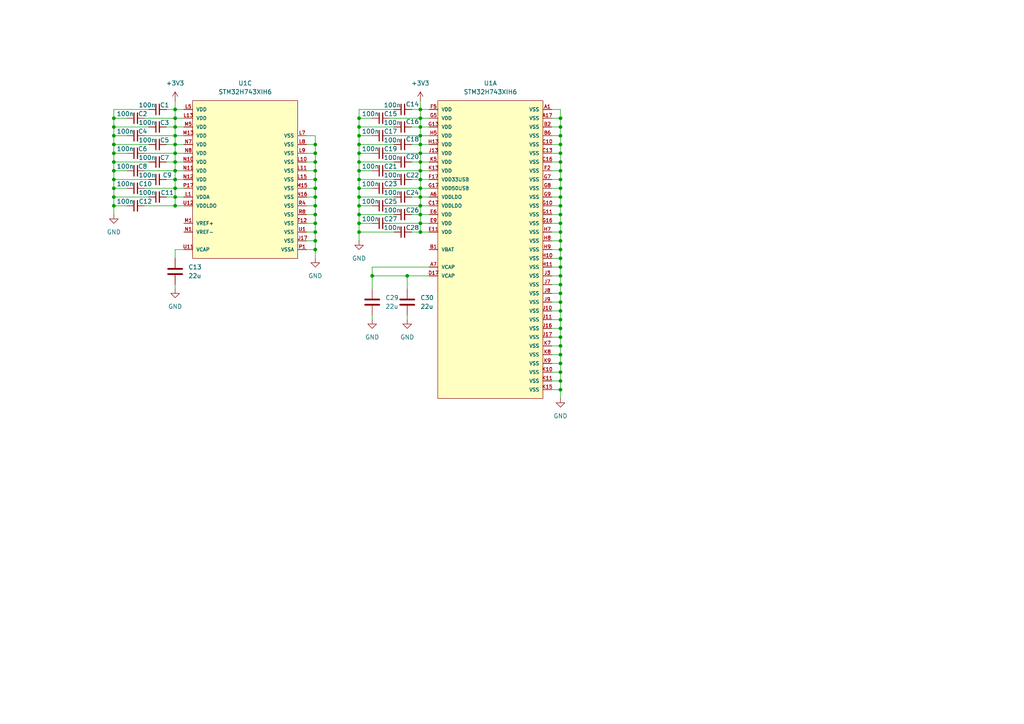
<source format=kicad_sch>
(kicad_sch (version 20231120) (generator "eeschema") (generator_version "8.0")
  (paper "A4")
  (lib_symbols
    (symbol "Device:C" (pin_numbers hide) (pin_names (offset 0.254))
      (property "Reference" "C" (at 0.635 2.54 0))
      (property "Value" "C" (at 0.635 -2.54 0))
      (symbol "C_0_1"
        (polyline (pts (xy -2.032 -0.762) (xy 2.032 -0.762)) (stroke (width 0.508)))
        (polyline (pts (xy -2.032 0.762) (xy 2.032 0.762)) (stroke (width 0.508)))
      )
      (symbol "C_1_1"
        (pin passive line (at 0 3.81 270) (length 2.794) (name "~") (number "1"))
        (pin passive line (at 0 -3.81 90) (length 2.794) (name "~") (number "2"))
      )
    )
    (symbol "Device:C_Small" (pin_numbers hide) (pin_names (offset 0.254) hide)
      (property "Reference" "C" (at 0.254 1.778 0))
      (property "Value" "C_Small" (at 0.254 -2.032 0))
      (symbol "C_Small_0_1"
        (polyline (pts (xy -1.524 -0.508) (xy 1.524 -0.508)) (stroke (width 0.3302)))
        (polyline (pts (xy -1.524 0.508) (xy 1.524 0.508)) (stroke (width 0.3048)))
      )
      (symbol "C_Small_1_1"
        (pin passive line (at 0 2.54 270) (length 2.032) (name "~") (number "1"))
        (pin passive line (at 0 -2.54 90) (length 2.032) (name "~") (number "2"))
      )
    )
    (symbol "STM32H743XIH6:STM32H743XIH6" (pin_names (offset 1.016))
      (property "Reference" "U" (at 0 5.08 0))
      (property "Value" "STM32H743XIH6" (at 0 7.62 0))
      (symbol "STM32H743XIH6_1_1"
        (rectangle (start 5.08 2.54) (end 35.56 -83.82) (fill (type background)))
        (pin power_in line (at 38.1 0 180) (length 2.54) (name "VSS") (number "A1"))
        (pin power_in line (at 38.1 -2.54 180) (length 2.54) (name "VSS") (number "A17"))
        (pin power_in line (at 2.54 -25.4 0) (length 2.54) (name "VDDLDO") (number "A6"))
        (pin power_in line (at 2.54 -45.72 0) (length 2.54) (name "VCAP") (number "A7"))
        (pin power_in line (at 2.54 -40.64 0) (length 2.54) (name "VBAT") (number "B1"))
        (pin power_in line (at 38.1 -5.08 180) (length 2.54) (name "VSS") (number "B2"))
        (pin power_in line (at 38.1 -7.62 180) (length 2.54) (name "VSS") (number "B6"))
        (pin power_in line (at 38.1 -10.16 180) (length 2.54) (name "VSS") (number "C10"))
        (pin power_in line (at 38.1 -12.7 180) (length 2.54) (name "VSS") (number "C13"))
        (pin power_in line (at 38.1 -15.24 180) (length 2.54) (name "VSS") (number "C16"))
        (pin power_in line (at 2.54 -27.94 0) (length 2.54) (name "VDDLDO") (number "C17"))
        (pin power_in line (at 2.54 -48.26 0) (length 2.54) (name "VCAP") (number "D17"))
        (pin power_in line (at 2.54 -35.56 0) (length 2.54) (name "VDD") (number "E11"))
        (pin power_in line (at 2.54 -30.48 0) (length 2.54) (name "VDD") (number "E6"))
        (pin power_in line (at 2.54 -33.02 0) (length 2.54) (name "VDD") (number "E9"))
        (pin power_in line (at 2.54 -20.32 0) (length 2.54) (name "VDD33USB") (number "F17"))
        (pin power_in line (at 38.1 -17.78 180) (length 2.54) (name "VSS") (number "F2"))
        (pin power_in line (at 2.54 0 0) (length 2.54) (name "VDD") (number "F5"))
        (pin power_in line (at 38.1 -27.94 180) (length 2.54) (name "VSS") (number "G10"))
        (pin power_in line (at 38.1 -30.48 180) (length 2.54) (name "VSS") (number "G11"))
        (pin power_in line (at 2.54 -5.08 0) (length 2.54) (name "VDD") (number "G13"))
        (pin power_in line (at 38.1 -33.02 180) (length 2.54) (name "VSS") (number "G16"))
        (pin power_in line (at 2.54 -22.86 0) (length 2.54) (name "VDD50USB") (number "G17"))
        (pin power_in line (at 2.54 -2.54 0) (length 2.54) (name "VDD") (number "G5"))
        (pin power_in line (at 38.1 -20.32 180) (length 2.54) (name "VSS") (number "G7"))
        (pin power_in line (at 38.1 -22.86 180) (length 2.54) (name "VSS") (number "G8"))
        (pin power_in line (at 38.1 -25.4 180) (length 2.54) (name "VSS") (number "G9"))
        (pin power_in line (at 38.1 -43.18 180) (length 2.54) (name "VSS") (number "H10"))
        (pin power_in line (at 38.1 -45.72 180) (length 2.54) (name "VSS") (number "H11"))
        (pin power_in line (at 2.54 -10.16 0) (length 2.54) (name "VDD") (number "H13"))
        (pin power_in line (at 2.54 -7.62 0) (length 2.54) (name "VDD") (number "H5"))
        (pin power_in line (at 38.1 -35.56 180) (length 2.54) (name "VSS") (number "H7"))
        (pin power_in line (at 38.1 -38.1 180) (length 2.54) (name "VSS") (number "H8"))
        (pin power_in line (at 38.1 -40.64 180) (length 2.54) (name "VSS") (number "H9"))
        (pin power_in line (at 38.1 -58.42 180) (length 2.54) (name "VSS") (number "J10"))
        (pin power_in line (at 38.1 -60.96 180) (length 2.54) (name "VSS") (number "J11"))
        (pin power_in line (at 2.54 -12.7 0) (length 2.54) (name "VDD") (number "J13"))
        (pin power_in line (at 38.1 -63.5 180) (length 2.54) (name "VSS") (number "J16"))
        (pin power_in line (at 38.1 -66.04 180) (length 2.54) (name "VSS") (number "J17"))
        (pin power_in line (at 38.1 -48.26 180) (length 2.54) (name "VSS") (number "J3"))
        (pin power_in line (at 38.1 -50.8 180) (length 2.54) (name "VSS") (number "J7"))
        (pin power_in line (at 38.1 -53.34 180) (length 2.54) (name "VSS") (number "J8"))
        (pin power_in line (at 38.1 -55.88 180) (length 2.54) (name "VSS") (number "J9"))
        (pin power_in line (at 38.1 -76.2 180) (length 2.54) (name "VSS") (number "K10"))
        (pin power_in line (at 38.1 -78.74 180) (length 2.54) (name "VSS") (number "K11"))
        (pin power_in line (at 2.54 -17.78 0) (length 2.54) (name "VDD") (number "K13"))
        (pin power_in line (at 38.1 -81.28 180) (length 2.54) (name "VSS") (number "K15"))
        (pin power_in line (at 2.54 -15.24 0) (length 2.54) (name "VDD") (number "K5"))
        (pin power_in line (at 38.1 -68.58 180) (length 2.54) (name "VSS") (number "K7"))
        (pin power_in line (at 38.1 -71.12 180) (length 2.54) (name "VSS") (number "K8"))
        (pin power_in line (at 38.1 -73.66 180) (length 2.54) (name "VSS") (number "K9"))
      )
      (symbol "STM32H743XIH6_2_1"
        (rectangle (start 5.08 2.54) (end 50.8 -91.44) (fill (type background)))
        (pin bidirectional line (at 53.34 -63.5 180) (length 2.54) (name "PD5") (number "A11"))
        (pin bidirectional line (at 53.34 -60.96 180) (length 2.54) (name "PD4") (number "A12"))
        (pin bidirectional line (at 53.34 -25.4 180) (length 2.54) (name "PC10") (number "A13"))
        (pin bidirectional line (at 2.54 -38.1 0) (length 2.54) (name "PA15") (number "A14"))
        (pin bidirectional line (at 2.54 -63.5 0) (length 2.54) (name "PB5") (number "A5"))
        (pin bidirectional line (at 53.34 -66.04 180) (length 2.54) (name "PD6") (number "B11"))
        (pin bidirectional line (at 53.34 -58.42 180) (length 2.54) (name "PD3") (number "B12"))
        (pin bidirectional line (at 53.34 -27.94 180) (length 2.54) (name "PC11") (number "B13"))
        (pin bidirectional line (at 2.54 -35.56 0) (length 2.54) (name "PA14") (number "B14"))
        (pin bidirectional line (at 2.54 -66.04 0) (length 2.54) (name "PB6") (number "B5"))
        (pin bidirectional line (at 2.54 -60.96 0) (length 2.54) (name "PB4") (number "B7"))
        (pin bidirectional line (at 53.34 -38.1 180) (length 2.54) (name "PC15-OSC32_OUT") (number "C1"))
        (pin bidirectional line (at 53.34 -68.58 180) (length 2.54) (name "PD7") (number "C11"))
        (pin bidirectional line (at 53.34 -30.48 180) (length 2.54) (name "PC12") (number "C12"))
        (pin bidirectional line (at 2.54 -33.02 0) (length 2.54) (name "PA13") (number "C15"))
        (pin bidirectional line (at 53.34 -35.56 180) (length 2.54) (name "PC14-OSC32_IN") (number "C2"))
        (pin bidirectional line (at 2.54 -68.58 0) (length 2.54) (name "PB7") (number "C5"))
        (pin bidirectional line (at 2.54 -58.42 0) (length 2.54) (name "PB3") (number "C6"))
        (pin bidirectional line (at 53.34 -55.88 180) (length 2.54) (name "PD2") (number "D12"))
        (pin bidirectional line (at 53.34 -50.8 180) (length 2.54) (name "PD0") (number "D13"))
        (pin bidirectional line (at 2.54 -25.4 0) (length 2.54) (name "PA10") (number "D14"))
        (pin bidirectional line (at 2.54 -22.86 0) (length 2.54) (name "PA9") (number "D15"))
        (pin bidirectional line (at 2.54 -73.66 0) (length 2.54) (name "PB9") (number "D4"))
        (pin bidirectional line (at 2.54 -71.12 0) (length 2.54) (name "PB8") (number "D5"))
        (pin bidirectional line (at 53.34 -53.34 180) (length 2.54) (name "PD1") (number "E12"))
        (pin bidirectional line (at 53.34 -20.32 180) (length 2.54) (name "PC8") (number "E13"))
        (pin bidirectional line (at 53.34 -22.86 180) (length 2.54) (name "PC9") (number "E14"))
        (pin bidirectional line (at 2.54 -20.32 0) (length 2.54) (name "PA8") (number "E15"))
        (pin bidirectional line (at 2.54 -30.48 0) (length 2.54) (name "PA12") (number "E16"))
        (pin bidirectional line (at 2.54 -27.94 0) (length 2.54) (name "PA11") (number "E17"))
        (pin bidirectional line (at 53.34 -33.02 180) (length 2.54) (name "PC13") (number "E3"))
        (pin bidirectional line (at 53.34 -17.78 180) (length 2.54) (name "PC7") (number "F13"))
        (pin bidirectional line (at 53.34 -15.24 180) (length 2.54) (name "PC6") (number "F14"))
        (pin bidirectional line (at 53.34 0 180) (length 2.54) (name "PC0") (number "L2"))
        (pin bidirectional line (at 53.34 -2.54 180) (length 2.54) (name "PC1") (number "M2"))
        (pin bidirectional line (at 53.34 -5.08 180) (length 2.54) (name "PC2") (number "M3"))
        (pin bidirectional line (at 53.34 -7.62 180) (length 2.54) (name "PC3") (number "M4"))
        (pin bidirectional line (at 2.54 -5.08 0) (length 2.54) (name "PA2") (number "N3"))
        (pin bidirectional line (at 2.54 -2.54 0) (length 2.54) (name "PA1") (number "N4"))
        (pin bidirectional line (at 2.54 0 0) (length 2.54) (name "PA0") (number "N5"))
        (pin bidirectional line (at 2.54 -76.2 0) (length 2.54) (name "PB10") (number "P11"))
        (pin bidirectional line (at 2.54 -78.74 0) (length 2.54) (name "PB11") (number "P12"))
        (pin bidirectional line (at 53.34 -88.9 180) (length 2.54) (name "PD15") (number "P15"))
        (pin bidirectional line (at 53.34 -86.36 180) (length 2.54) (name "PD14") (number "P16"))
        (pin bidirectional line (at 53.34 -43.18 180) (length 2.54) (name "PC2_C") (number "R1"))
        (pin bidirectional line (at 53.34 -78.74 180) (length 2.54) (name "PD11") (number "R15"))
        (pin bidirectional line (at 53.34 -81.28 180) (length 2.54) (name "PD12") (number "R16"))
        (pin bidirectional line (at 53.34 -83.82 180) (length 2.54) (name "PD13") (number "R17"))
        (pin bidirectional line (at 53.34 -45.72 180) (length 2.54) (name "PC3_C") (number "R2"))
        (pin bidirectional line (at 2.54 -15.24 0) (length 2.54) (name "PA6") (number "R3"))
        (pin bidirectional line (at 2.54 -17.78 0) (length 2.54) (name "PA7") (number "R5"))
        (pin bidirectional line (at 2.54 -55.88 0) (length 2.54) (name "PB2") (number "R6"))
        (pin bidirectional line (at 2.54 -43.18 0) (length 2.54) (name "PA0_C") (number "T1"))
        (pin bidirectional line (at 2.54 -81.28 0) (length 2.54) (name "PB12") (number "T14"))
        (pin bidirectional line (at 2.54 -88.9 0) (length 2.54) (name "PB15") (number "T15"))
        (pin bidirectional line (at 53.34 -76.2 180) (length 2.54) (name "PD10") (number "T16"))
        (pin bidirectional line (at 53.34 -73.66 180) (length 2.54) (name "PD9") (number "T17"))
        (pin bidirectional line (at 2.54 -45.72 0) (length 2.54) (name "PA1_C") (number "T2"))
        (pin bidirectional line (at 2.54 -12.7 0) (length 2.54) (name "PA5") (number "T3"))
        (pin bidirectional line (at 53.34 -10.16 180) (length 2.54) (name "PC4") (number "T4"))
        (pin bidirectional line (at 2.54 -53.34 0) (length 2.54) (name "PB1") (number "T5"))
        (pin bidirectional line (at 2.54 -83.82 0) (length 2.54) (name "PB13") (number "U14"))
        (pin bidirectional line (at 2.54 -86.36 0) (length 2.54) (name "PB14") (number "U15"))
        (pin bidirectional line (at 53.34 -71.12 180) (length 2.54) (name "PD8") (number "U16"))
        (pin bidirectional line (at 2.54 -7.62 0) (length 2.54) (name "PA3") (number "U2"))
        (pin bidirectional line (at 2.54 -10.16 0) (length 2.54) (name "PA4") (number "U3"))
        (pin bidirectional line (at 53.34 -12.7 180) (length 2.54) (name "PC5") (number "U4"))
        (pin bidirectional line (at 2.54 -50.8 0) (length 2.54) (name "PB0") (number "U5"))
      )
      (symbol "STM32H743XIH6_3_1"
        (rectangle (start 5.08 2.54) (end 35.56 -43.18) (fill (type background)))
        (pin power_in line (at 2.54 -25.4 0) (length 2.54) (name "VDDA") (number "L1"))
        (pin power_in line (at 38.1 -15.24 180) (length 2.54) (name "VSS") (number "L10"))
        (pin power_in line (at 38.1 -17.78 180) (length 2.54) (name "VSS") (number "L11"))
        (pin power_in line (at 2.54 -2.54 0) (length 2.54) (name "VDD") (number "L13"))
        (pin power_in line (at 38.1 -20.32 180) (length 2.54) (name "VSS") (number "L15"))
        (pin power_in line (at 2.54 0 0) (length 2.54) (name "VDD") (number "L5"))
        (pin power_in line (at 38.1 -7.62 180) (length 2.54) (name "VSS") (number "L7"))
        (pin power_in line (at 38.1 -10.16 180) (length 2.54) (name "VSS") (number "L8"))
        (pin power_in line (at 38.1 -12.7 180) (length 2.54) (name "VSS") (number "L9"))
        (pin power_in line (at 2.54 -33.02 0) (length 2.54) (name "VREF+") (number "M1"))
        (pin power_in line (at 2.54 -7.62 0) (length 2.54) (name "VDD") (number "M13"))
        (pin power_in line (at 38.1 -22.86 180) (length 2.54) (name "VSS") (number "M15"))
        (pin power_in line (at 2.54 -5.08 0) (length 2.54) (name "VDD") (number "M5"))
        (pin power_in line (at 2.54 -35.56 0) (length 2.54) (name "VREF-") (number "N1"))
        (pin power_in line (at 2.54 -15.24 0) (length 2.54) (name "VDD") (number "N10"))
        (pin power_in line (at 2.54 -17.78 0) (length 2.54) (name "VDD") (number "N11"))
        (pin power_in line (at 2.54 -20.32 0) (length 2.54) (name "VDD") (number "N12"))
        (pin power_in line (at 38.1 -25.4 180) (length 2.54) (name "VSS") (number "N16"))
        (pin power_in line (at 2.54 -10.16 0) (length 2.54) (name "VDD") (number "N7"))
        (pin power_in line (at 2.54 -12.7 0) (length 2.54) (name "VDD") (number "N8"))
        (pin power_in line (at 38.1 -40.64 180) (length 2.54) (name "VSSA") (number "P1"))
        (pin power_in line (at 2.54 -22.86 0) (length 2.54) (name "VDD") (number "P17"))
        (pin power_in line (at 38.1 -27.94 180) (length 2.54) (name "VSS") (number "R4"))
        (pin power_in line (at 38.1 -30.48 180) (length 2.54) (name "VSS") (number "R8"))
        (pin power_in line (at 38.1 -33.02 180) (length 2.54) (name "VSS") (number "T12"))
        (pin power_in line (at 38.1 -35.56 180) (length 2.54) (name "VSS") (number "U1"))
        (pin power_in line (at 2.54 -40.64 0) (length 2.54) (name "VCAP") (number "U11"))
        (pin power_in line (at 2.54 -27.94 0) (length 2.54) (name "VDDLDO") (number "U12"))
        (pin power_in line (at 38.1 -38.1 180) (length 2.54) (name "VSS") (number "U17"))
      )
      (symbol "STM32H743XIH6_4_1"
        (rectangle (start 5.08 2.54) (end 38.1 -83.82) (fill (type background)))
        (pin bidirectional line (at 40.64 -22.86 180) (length 2.54) (name "PG9") (number "A10"))
        (pin bidirectional line (at 40.64 -25.4 180) (length 2.54) (name "PG10") (number "A9"))
        (pin bidirectional line (at 40.64 -76.2 180) (length 2.54) (name "PH15") (number "B16"))
        (pin bidirectional line (at 40.64 -73.66 180) (length 2.54) (name "PH14") (number "B17"))
        (pin bidirectional line (at 2.54 -2.54 0) (length 2.54) (name "PE1") (number "B4"))
        (pin bidirectional line (at 40.64 -27.94 180) (length 2.54) (name "PG11") (number "B9"))
        (pin bidirectional line (at 2.54 -5.08 0) (length 2.54) (name "PE2") (number "C3"))
        (pin bidirectional line (at 2.54 0 0) (length 2.54) (name "PE0") (number "C4"))
        (pin bidirectional line (at 40.64 -30.48 180) (length 2.54) (name "PG12") (number "C9"))
        (pin bidirectional line (at 2.54 -12.7 0) (length 2.54) (name "PE5") (number "D1"))
        (pin bidirectional line (at 40.64 -71.12 180) (length 2.54) (name "PH13") (number "D16"))
        (pin bidirectional line (at 2.54 -10.16 0) (length 2.54) (name "PE4") (number "D2"))
        (pin bidirectional line (at 2.54 -7.62 0) (length 2.54) (name "PE3") (number "D3"))
        (pin bidirectional line (at 40.64 -38.1 180) (length 2.54) (name "PG15") (number "D6"))
        (pin bidirectional line (at 40.64 -35.56 180) (length 2.54) (name "PG14") (number "D8"))
        (pin bidirectional line (at 40.64 -33.02 180) (length 2.54) (name "PG13") (number "D9"))
        (pin bidirectional line (at 2.54 -15.24 0) (length 2.54) (name "PE6") (number "E5"))
        (pin bidirectional line (at 40.64 -20.32 180) (length 2.54) (name "PG8") (number "F15"))
        (pin bidirectional line (at 40.64 -17.78 180) (length 2.54) (name "PG7") (number "F16"))
        (pin bidirectional line (at 2.54 -48.26 0) (length 2.54) (name "PF2") (number "G1"))
        (pin bidirectional line (at 40.64 -12.7 180) (length 2.54) (name "PG5") (number "G14"))
        (pin bidirectional line (at 40.64 -15.24 180) (length 2.54) (name "PG6") (number "G15"))
        (pin bidirectional line (at 2.54 -45.72 0) (length 2.54) (name "PF1") (number "G3"))
        (pin bidirectional line (at 2.54 -43.18 0) (length 2.54) (name "PF0") (number "G4"))
        (pin bidirectional line (at 40.64 -10.16 180) (length 2.54) (name "PG4") (number "H14"))
        (pin bidirectional line (at 40.64 -7.62 180) (length 2.54) (name "PG3") (number "H15"))
        (pin bidirectional line (at 40.64 -5.08 180) (length 2.54) (name "PG2") (number "H16"))
        (pin bidirectional line (at 2.54 -50.8 0) (length 2.54) (name "PF3") (number "H4"))
        (pin bidirectional line (at 2.54 -55.88 0) (length 2.54) (name "PF5") (number "J4"))
        (pin bidirectional line (at 2.54 -53.34 0) (length 2.54) (name "PF4") (number "J5"))
        (pin bidirectional line (at 2.54 -58.42 0) (length 2.54) (name "PF6") (number "K2"))
        (pin bidirectional line (at 2.54 -60.96 0) (length 2.54) (name "PF7") (number "K3"))
        (pin bidirectional line (at 2.54 -63.5 0) (length 2.54) (name "PF8") (number "K4"))
        (pin bidirectional line (at 2.54 -68.58 0) (length 2.54) (name "PF10") (number "L3"))
        (pin bidirectional line (at 2.54 -66.04 0) (length 2.54) (name "PF9") (number "L4"))
        (pin bidirectional line (at 40.64 -43.18 180) (length 2.54) (name "PH2") (number "N2"))
        (pin bidirectional line (at 2.54 -25.4 0) (length 2.54) (name "PE10") (number "N9"))
        (pin bidirectional line (at 2.54 -27.94 0) (length 2.54) (name "PE11") (number "P10"))
        (pin bidirectional line (at 40.64 -63.5 180) (length 2.54) (name "PH10") (number "P13"))
        (pin bidirectional line (at 40.64 -66.04 180) (length 2.54) (name "PH11") (number "P14"))
        (pin bidirectional line (at 40.64 -45.72 180) (length 2.54) (name "PH3") (number "P2"))
        (pin bidirectional line (at 40.64 -48.26 180) (length 2.54) (name "PH4") (number "P3"))
        (pin bidirectional line (at 40.64 -50.8 180) (length 2.54) (name "PH5") (number "P4"))
        (pin bidirectional line (at 2.54 -76.2 0) (length 2.54) (name "PF13") (number "P7"))
        (pin bidirectional line (at 2.54 -78.74 0) (length 2.54) (name "PF14") (number "P8"))
        (pin bidirectional line (at 2.54 -22.86 0) (length 2.54) (name "PE9") (number "P9"))
        (pin bidirectional line (at 2.54 -30.48 0) (length 2.54) (name "PE12") (number "R10"))
        (pin bidirectional line (at 2.54 -38.1 0) (length 2.54) (name "PE15") (number "R11"))
        (pin bidirectional line (at 40.64 -60.96 180) (length 2.54) (name "PH9") (number "R13"))
        (pin bidirectional line (at 40.64 -68.58 180) (length 2.54) (name "PH12") (number "R14"))
        (pin bidirectional line (at 2.54 -73.66 0) (length 2.54) (name "PF12") (number "R7"))
        (pin bidirectional line (at 2.54 -81.28 0) (length 2.54) (name "PF15") (number "R9"))
        (pin bidirectional line (at 2.54 -33.02 0) (length 2.54) (name "PE13") (number "T10"))
        (pin bidirectional line (at 40.64 -53.34 180) (length 2.54) (name "PH6") (number "T11"))
        (pin bidirectional line (at 40.64 -58.42 180) (length 2.54) (name "PH8") (number "T13"))
        (pin bidirectional line (at 2.54 -71.12 0) (length 2.54) (name "PF11") (number "T7"))
        (pin bidirectional line (at 40.64 0 180) (length 2.54) (name "PG0") (number "T8"))
        (pin bidirectional line (at 2.54 -20.32 0) (length 2.54) (name "PE8") (number "T9"))
        (pin bidirectional line (at 2.54 -35.56 0) (length 2.54) (name "PE14") (number "U10"))
        (pin bidirectional line (at 40.64 -55.88 180) (length 2.54) (name "PH7") (number "U13"))
        (pin bidirectional line (at 40.64 -2.54 180) (length 2.54) (name "PG1") (number "U8"))
        (pin bidirectional line (at 2.54 -17.78 0) (length 2.54) (name "PE7") (number "U9"))
      )
      (symbol "STM32H743XIH6_5_1"
        (rectangle (start 5.08 2.54) (end 43.18 -86.36) (fill (type background)))
        (pin bidirectional line (at 2.54 -25.4 0) (length 2.54) (name "PI1") (number "A15"))
        (pin bidirectional line (at 2.54 -22.86 0) (length 2.54) (name "PI0") (number "A16"))
        (pin bidirectional line (at 2.54 -38.1 0) (length 2.54) (name "PI6") (number "A2"))
        (pin bidirectional line (at 2.54 -35.56 0) (length 2.54) (name "PI5") (number "A3"))
        (pin bidirectional line (at 2.54 -33.02 0) (length 2.54) (name "PI4") (number "A4"))
        (pin bidirectional line (at 2.54 -12.7 0) (length 2.54) (name "PK5") (number "A8"))
        (pin bidirectional line (at 45.72 -38.1 180) (length 2.54) (name "PJ15") (number "B10"))
        (pin bidirectional line (at 2.54 -27.94 0) (length 2.54) (name "PI2") (number "B15"))
        (pin bidirectional line (at 2.54 -40.64 0) (length 2.54) (name "PI7") (number "B3"))
        (pin bidirectional line (at 2.54 -10.16 0) (length 2.54) (name "PK4") (number "B8"))
        (pin bidirectional line (at 2.54 -30.48 0) (length 2.54) (name "PI3") (number "C14"))
        (pin bidirectional line (at 2.54 -15.24 0) (length 2.54) (name "PK6") (number "C7"))
        (pin bidirectional line (at 2.54 -7.62 0) (length 2.54) (name "PK3") (number "C8"))
        (pin bidirectional line (at 45.72 -35.56 180) (length 2.54) (name "PJ14") (number "D10"))
        (pin bidirectional line (at 45.72 -30.48 180) (length 2.54) (name "PJ12") (number "D11"))
        (pin bidirectional line (at 2.54 -17.78 0) (length 2.54) (name "PK7") (number "D7"))
        (pin passive line (at 45.72 -66.04 180) (length 2.54) (name "NC") (number "E1"))
        (pin bidirectional line (at 45.72 -33.02 180) (length 2.54) (name "PJ13") (number "E10"))
        (pin bidirectional line (at 2.54 -45.72 0) (length 2.54) (name "PI9") (number "E2"))
        (pin bidirectional line (at 2.54 -43.18 0) (length 2.54) (name "PI8") (number "E4"))
        (pin bidirectional line (at 2.54 -66.04 0) (length 2.54) (name "PDR_ON") (number "E7"))
        (pin bidirectional line (at 2.54 -71.12 0) (length 2.54) (name "BOOT0") (number "E8"))
        (pin passive line (at 45.72 -45.72 180) (length 2.54) (name "NC") (number "F1"))
        (pin bidirectional line (at 2.54 -48.26 0) (length 2.54) (name "PI10") (number "F3"))
        (pin bidirectional line (at 2.54 -50.8 0) (length 2.54) (name "PI11") (number "F4"))
        (pin passive line (at 45.72 -48.26 180) (length 2.54) (name "NC") (number "G2"))
        (pin bidirectional line (at 2.54 -53.34 0) (length 2.54) (name "PI12") (number "H1"))
        (pin bidirectional line (at 2.54 -5.08 0) (length 2.54) (name "PK2") (number "H17"))
        (pin bidirectional line (at 2.54 -55.88 0) (length 2.54) (name "PI13") (number "H2"))
        (pin bidirectional line (at 2.54 -58.42 0) (length 2.54) (name "PI14") (number "H3"))
        (pin bidirectional line (at 2.54 -78.74 0) (length 2.54) (name "PH1-OSC_OUT") (number "J1"))
        (pin bidirectional line (at 2.54 -2.54 0) (length 2.54) (name "PK0") (number "J14"))
        (pin bidirectional line (at 2.54 0 0) (length 2.54) (name "PK1") (number "J15"))
        (pin bidirectional line (at 2.54 -76.2 0) (length 2.54) (name "PH0-OSC_IN") (number "J2"))
        (pin input line (at 2.54 -83.82 0) (length 2.54) (name "~{RST}") (number "K1"))
        (pin bidirectional line (at 45.72 -27.94 180) (length 2.54) (name "PJ11") (number "K14"))
        (pin passive line (at 45.72 -50.8 180) (length 2.54) (name "NC") (number "K16"))
        (pin passive line (at 45.72 -53.34 180) (length 2.54) (name "NC") (number "K17"))
        (pin bidirectional line (at 45.72 -25.4 180) (length 2.54) (name "PJ10") (number "L14"))
        (pin passive line (at 45.72 -55.88 180) (length 2.54) (name "NC") (number "L16"))
        (pin passive line (at 45.72 -58.42 180) (length 2.54) (name "NC") (number "L17"))
        (pin bidirectional line (at 45.72 -22.86 180) (length 2.54) (name "PJ9") (number "M14"))
        (pin passive line (at 45.72 -60.96 180) (length 2.54) (name "NC") (number "M16"))
        (pin passive line (at 45.72 -63.5 180) (length 2.54) (name "NC") (number "M17"))
        (pin bidirectional line (at 45.72 -20.32 180) (length 2.54) (name "PJ8") (number "N13"))
        (pin bidirectional line (at 45.72 -17.78 180) (length 2.54) (name "PJ7") (number "N14"))
        (pin bidirectional line (at 45.72 -15.24 180) (length 2.54) (name "PJ6") (number "N15"))
        (pin passive line (at 45.72 -43.18 180) (length 2.54) (name "NC") (number "N17"))
        (pin bidirectional line (at 45.72 0 180) (length 2.54) (name "PJ0") (number "N6"))
        (pin bidirectional line (at 2.54 -60.96 0) (length 2.54) (name "PI15") (number "P5"))
        (pin bidirectional line (at 45.72 -2.54 180) (length 2.54) (name "PJ1") (number "P6"))
        (pin bidirectional line (at 45.72 -12.7 180) (length 2.54) (name "PJ5") (number "R12"))
        (pin bidirectional line (at 45.72 -5.08 180) (length 2.54) (name "PJ2") (number "T6"))
        (pin bidirectional line (at 45.72 -7.62 180) (length 2.54) (name "PJ3") (number "U6"))
        (pin bidirectional line (at 45.72 -10.16 180) (length 2.54) (name "PJ4") (number "U7"))
      )
    )
    (symbol "power:+3V3" (power) (pin_numbers hide) (pin_names (offset 0) hide)
      (property "Value" "+3V3" (at 0 3.556 0))
      (symbol "+3V3_0_1"
        (polyline (pts (xy -0.762 1.27) (xy 0 2.54)))
        (polyline (pts (xy 0 0) (xy 0 2.54)))
        (polyline (pts (xy 0 2.54) (xy 0.762 1.27)))
      )
      (symbol "+3V3_1_1"
        (pin power_in line (at 0 0 90) (length 0) (name "~") (number "1"))
      )
    )
    (symbol "power:GND" (power) (pin_numbers hide) (pin_names (offset 0) hide)
      (property "Value" "GND" (at 0 -3.81 0))
      (symbol "GND_0_1"
        (polyline (pts (xy 0 0) (xy 0 -1.27) (xy 1.27 -1.27) (xy 0 -2.54) (xy -1.27 -1.27) (xy 0 -1.27)))
      )
      (symbol "GND_1_1"
        (pin power_in line (at 0 0 270) (length 0) (name "~") (number "1"))
      )
    )
  )
  (junction (at 121.92 31.75))
  (junction (at 121.92 64.77))
  (junction (at 91.44 46.99))
  (junction (at 50.8 39.37))
  (junction (at 162.56 80.01))
  (junction (at 162.56 67.31))
  (junction (at 121.92 36.83))
  (junction (at 121.92 52.07))
  (junction (at 104.14 64.77))
  (junction (at 104.14 44.45))
  (junction (at 91.44 62.23))
  (junction (at 33.02 57.15))
  (junction (at 33.02 36.83))
  (junction (at 50.8 54.61))
  (junction (at 121.92 54.61))
  (junction (at 33.02 52.07))
  (junction (at 91.44 69.85))
  (junction (at 162.56 77.47))
  (junction (at 121.92 49.53))
  (junction (at 50.8 41.91))
  (junction (at 104.14 54.61))
  (junction (at 33.02 59.69))
  (junction (at 162.56 52.07))
  (junction (at 91.44 54.61))
  (junction (at 50.8 52.07))
  (junction (at 162.56 64.77))
  (junction (at 121.92 57.15))
  (junction (at 162.56 57.15))
  (junction (at 162.56 100.33))
  (junction (at 121.92 62.23))
  (junction (at 162.56 110.49))
  (junction (at 50.8 49.53))
  (junction (at 162.56 102.87))
  (junction (at 104.14 46.99))
  (junction (at 162.56 82.55))
  (junction (at 162.56 97.79))
  (junction (at 162.56 74.93))
  (junction (at 33.02 39.37))
  (junction (at 50.8 59.69))
  (junction (at 33.02 54.61))
  (junction (at 162.56 62.23))
  (junction (at 104.14 59.69))
  (junction (at 162.56 69.85))
  (junction (at 162.56 85.09))
  (junction (at 50.8 44.45))
  (junction (at 91.44 49.53))
  (junction (at 162.56 72.39))
  (junction (at 162.56 39.37))
  (junction (at 162.56 113.03))
  (junction (at 162.56 41.91))
  (junction (at 162.56 90.17))
  (junction (at 104.14 67.31))
  (junction (at 104.14 49.53))
  (junction (at 104.14 62.23))
  (junction (at 91.44 52.07))
  (junction (at 121.92 44.45))
  (junction (at 91.44 44.45))
  (junction (at 33.02 46.99))
  (junction (at 91.44 57.15))
  (junction (at 162.56 87.63))
  (junction (at 162.56 107.95))
  (junction (at 104.14 52.07))
  (junction (at 162.56 44.45))
  (junction (at 107.95 80.01))
  (junction (at 121.92 67.31))
  (junction (at 91.44 72.39))
  (junction (at 91.44 64.77))
  (junction (at 33.02 49.53))
  (junction (at 162.56 54.61))
  (junction (at 121.92 46.99))
  (junction (at 162.56 59.69))
  (junction (at 50.8 57.15))
  (junction (at 91.44 41.91))
  (junction (at 118.11 80.01))
  (junction (at 104.14 57.15))
  (junction (at 121.92 34.29))
  (junction (at 91.44 67.31))
  (junction (at 33.02 34.29))
  (junction (at 91.44 59.69))
  (junction (at 121.92 39.37))
  (junction (at 162.56 105.41))
  (junction (at 50.8 34.29))
  (junction (at 50.8 46.99))
  (junction (at 104.14 36.83))
  (junction (at 162.56 46.99))
  (junction (at 50.8 36.83))
  (junction (at 104.14 39.37))
  (junction (at 121.92 59.69))
  (junction (at 162.56 92.71))
  (junction (at 50.8 31.75))
  (junction (at 104.14 41.91))
  (junction (at 162.56 34.29))
  (junction (at 162.56 36.83))
  (junction (at 33.02 41.91))
  (junction (at 33.02 44.45))
  (junction (at 162.56 95.25))
  (junction (at 162.56 49.53))
  (junction (at 121.92 41.91))
  (junction (at 104.14 34.29))
  (wire (pts (xy 50.8 39.37) (xy 50.8 41.91)))
  (wire (pts (xy 107.95 83.82) (xy 107.95 80.01)))
  (wire (pts (xy 104.14 39.37) (xy 104.14 36.83)))
  (wire (pts (xy 104.14 57.15) (xy 114.3 57.15)))
  (wire (pts (xy 162.56 57.15) (xy 162.56 54.61)))
  (wire (pts (xy 162.56 82.55) (xy 160.02 82.55)))
  (wire (pts (xy 88.9 62.23) (xy 91.44 62.23)))
  (wire (pts (xy 119.38 31.75) (xy 121.92 31.75)))
  (wire (pts (xy 162.56 59.69) (xy 162.56 57.15)))
  (wire (pts (xy 162.56 74.93) (xy 162.56 72.39)))
  (wire (pts (xy 88.9 41.91) (xy 91.44 41.91)))
  (wire (pts (xy 118.11 83.82) (xy 118.11 80.01)))
  (wire (pts (xy 107.95 77.47) (xy 124.46 77.47)))
  (wire (pts (xy 160.02 113.03) (xy 162.56 113.03)))
  (wire (pts (xy 119.38 57.15) (xy 121.92 57.15)))
  (wire (pts (xy 33.02 52.07) (xy 33.02 49.53)))
  (wire (pts (xy 162.56 90.17) (xy 162.56 87.63)))
  (wire (pts (xy 33.02 31.75) (xy 43.18 31.75)))
  (wire (pts (xy 33.02 44.45) (xy 36.83 44.45)))
  (wire (pts (xy 104.14 64.77) (xy 104.14 62.23)))
  (wire (pts (xy 162.56 110.49) (xy 162.56 107.95)))
  (wire (pts (xy 162.56 67.31) (xy 162.56 64.77)))
  (wire (pts (xy 88.9 44.45) (xy 91.44 44.45)))
  (wire (pts (xy 104.14 41.91) (xy 114.3 41.91)))
  (wire (pts (xy 88.9 72.39) (xy 91.44 72.39)))
  (wire (pts (xy 48.26 36.83) (xy 50.8 36.83)))
  (wire (pts (xy 53.34 72.39) (xy 50.8 72.39)))
  (wire (pts (xy 104.14 54.61) (xy 107.95 54.61)))
  (wire (pts (xy 50.8 49.53) (xy 50.8 52.07)))
  (wire (pts (xy 104.14 34.29) (xy 104.14 31.75)))
  (wire (pts (xy 162.56 64.77) (xy 162.56 62.23)))
  (wire (pts (xy 121.92 52.07) (xy 121.92 54.61)))
  (wire (pts (xy 104.14 57.15) (xy 104.14 54.61)))
  (wire (pts (xy 162.56 77.47) (xy 162.56 74.93)))
  (wire (pts (xy 50.8 29.21) (xy 50.8 31.75)))
  (wire (pts (xy 50.8 83.82) (xy 50.8 82.55)))
  (wire (pts (xy 91.44 72.39) (xy 91.44 69.85)))
  (wire (pts (xy 33.02 34.29) (xy 36.83 34.29)))
  (wire (pts (xy 48.26 46.99) (xy 50.8 46.99)))
  (wire (pts (xy 33.02 52.07) (xy 43.18 52.07)))
  (wire (pts (xy 162.56 115.57) (xy 162.56 113.03)))
  (wire (pts (xy 33.02 41.91) (xy 33.02 39.37)))
  (wire (pts (xy 162.56 36.83) (xy 160.02 36.83)))
  (wire (pts (xy 33.02 62.23) (xy 33.02 59.69)))
  (wire (pts (xy 88.9 69.85) (xy 91.44 69.85)))
  (wire (pts (xy 88.9 59.69) (xy 91.44 59.69)))
  (wire (pts (xy 33.02 49.53) (xy 33.02 46.99)))
  (wire (pts (xy 119.38 52.07) (xy 121.92 52.07)))
  (wire (pts (xy 121.92 36.83) (xy 121.92 39.37)))
  (wire (pts (xy 162.56 87.63) (xy 162.56 85.09)))
  (wire (pts (xy 113.03 64.77) (xy 121.92 64.77)))
  (wire (pts (xy 50.8 49.53) (xy 53.34 49.53)))
  (wire (pts (xy 160.02 69.85) (xy 162.56 69.85)))
  (wire (pts (xy 162.56 34.29) (xy 162.56 31.75)))
  (wire (pts (xy 91.44 49.53) (xy 91.44 46.99)))
  (wire (pts (xy 88.9 67.31) (xy 91.44 67.31)))
  (wire (pts (xy 162.56 85.09) (xy 162.56 82.55)))
  (wire (pts (xy 41.91 54.61) (xy 50.8 54.61)))
  (wire (pts (xy 88.9 64.77) (xy 91.44 64.77)))
  (wire (pts (xy 118.11 92.71) (xy 118.11 91.44)))
  (wire (pts (xy 160.02 54.61) (xy 162.56 54.61)))
  (wire (pts (xy 113.03 54.61) (xy 121.92 54.61)))
  (wire (pts (xy 50.8 44.45) (xy 50.8 46.99)))
  (wire (pts (xy 33.02 59.69) (xy 33.02 57.15)))
  (wire (pts (xy 121.92 57.15) (xy 124.46 57.15)))
  (wire (pts (xy 162.56 107.95) (xy 160.02 107.95)))
  (wire (pts (xy 162.56 69.85) (xy 162.56 67.31)))
  (wire (pts (xy 33.02 36.83) (xy 33.02 34.29)))
  (wire (pts (xy 162.56 113.03) (xy 162.56 110.49)))
  (wire (pts (xy 104.14 67.31) (xy 114.3 67.31)))
  (wire (pts (xy 33.02 49.53) (xy 36.83 49.53)))
  (wire (pts (xy 162.56 49.53) (xy 162.56 46.99)))
  (wire (pts (xy 33.02 57.15) (xy 33.02 54.61)))
  (wire (pts (xy 121.92 64.77) (xy 121.92 67.31)))
  (wire (pts (xy 33.02 54.61) (xy 36.83 54.61)))
  (wire (pts (xy 160.02 34.29) (xy 162.56 34.29)))
  (wire (pts (xy 50.8 34.29) (xy 50.8 36.83)))
  (wire (pts (xy 160.02 59.69) (xy 162.56 59.69)))
  (wire (pts (xy 104.14 36.83) (xy 104.14 34.29)))
  (wire (pts (xy 33.02 44.45) (xy 33.02 41.91)))
  (wire (pts (xy 104.14 59.69) (xy 104.14 57.15)))
  (wire (pts (xy 104.14 67.31) (xy 104.14 64.77)))
  (wire (pts (xy 162.56 31.75) (xy 160.02 31.75)))
  (wire (pts (xy 160.02 100.33) (xy 162.56 100.33)))
  (wire (pts (xy 118.11 80.01) (xy 124.46 80.01)))
  (wire (pts (xy 113.03 39.37) (xy 121.92 39.37)))
  (wire (pts (xy 88.9 57.15) (xy 91.44 57.15)))
  (wire (pts (xy 104.14 49.53) (xy 104.14 46.99)))
  (wire (pts (xy 162.56 92.71) (xy 160.02 92.71)))
  (wire (pts (xy 91.44 67.31) (xy 91.44 64.77)))
  (wire (pts (xy 160.02 85.09) (xy 162.56 85.09)))
  (wire (pts (xy 33.02 57.15) (xy 43.18 57.15)))
  (wire (pts (xy 162.56 92.71) (xy 162.56 90.17)))
  (wire (pts (xy 91.44 46.99) (xy 91.44 44.45)))
  (wire (pts (xy 50.8 34.29) (xy 53.34 34.29)))
  (wire (pts (xy 121.92 62.23) (xy 124.46 62.23)))
  (wire (pts (xy 104.14 49.53) (xy 107.95 49.53)))
  (wire (pts (xy 162.56 41.91) (xy 160.02 41.91)))
  (wire (pts (xy 104.14 44.45) (xy 104.14 41.91)))
  (wire (pts (xy 41.91 44.45) (xy 50.8 44.45)))
  (wire (pts (xy 113.03 44.45) (xy 121.92 44.45)))
  (wire (pts (xy 119.38 62.23) (xy 121.92 62.23)))
  (wire (pts (xy 119.38 67.31) (xy 121.92 67.31)))
  (wire (pts (xy 91.44 57.15) (xy 91.44 54.61)))
  (wire (pts (xy 121.92 39.37) (xy 124.46 39.37)))
  (wire (pts (xy 91.44 62.23) (xy 91.44 59.69)))
  (wire (pts (xy 121.92 29.21) (xy 121.92 31.75)))
  (wire (pts (xy 50.8 52.07) (xy 53.34 52.07)))
  (wire (pts (xy 121.92 54.61) (xy 124.46 54.61)))
  (wire (pts (xy 162.56 52.07) (xy 160.02 52.07)))
  (wire (pts (xy 162.56 46.99) (xy 160.02 46.99)))
  (wire (pts (xy 41.91 49.53) (xy 50.8 49.53)))
  (wire (pts (xy 162.56 72.39) (xy 160.02 72.39)))
  (wire (pts (xy 50.8 41.91) (xy 53.34 41.91)))
  (wire (pts (xy 162.56 82.55) (xy 162.56 80.01)))
  (wire (pts (xy 91.44 69.85) (xy 91.44 67.31)))
  (wire (pts (xy 162.56 39.37) (xy 162.56 36.83)))
  (wire (pts (xy 50.8 41.91) (xy 50.8 44.45)))
  (wire (pts (xy 121.92 41.91) (xy 121.92 44.45)))
  (wire (pts (xy 41.91 34.29) (xy 50.8 34.29)))
  (wire (pts (xy 162.56 77.47) (xy 160.02 77.47)))
  (wire (pts (xy 104.14 64.77) (xy 107.95 64.77)))
  (wire (pts (xy 160.02 44.45) (xy 162.56 44.45)))
  (wire (pts (xy 113.03 59.69) (xy 121.92 59.69)))
  (wire (pts (xy 121.92 59.69) (xy 124.46 59.69)))
  (wire (pts (xy 162.56 72.39) (xy 162.56 69.85)))
  (wire (pts (xy 162.56 97.79) (xy 160.02 97.79)))
  (wire (pts (xy 121.92 59.69) (xy 121.92 62.23)))
  (wire (pts (xy 121.92 34.29) (xy 121.92 36.83)))
  (wire (pts (xy 121.92 57.15) (xy 121.92 59.69)))
  (wire (pts (xy 121.92 36.83) (xy 124.46 36.83)))
  (wire (pts (xy 121.92 49.53) (xy 121.92 52.07)))
  (wire (pts (xy 162.56 67.31) (xy 160.02 67.31)))
  (wire (pts (xy 50.8 46.99) (xy 50.8 49.53)))
  (wire (pts (xy 162.56 62.23) (xy 160.02 62.23)))
  (wire (pts (xy 162.56 97.79) (xy 162.56 95.25)))
  (wire (pts (xy 121.92 49.53) (xy 124.46 49.53)))
  (wire (pts (xy 41.91 39.37) (xy 50.8 39.37)))
  (wire (pts (xy 88.9 52.07) (xy 91.44 52.07)))
  (wire (pts (xy 104.14 46.99) (xy 114.3 46.99)))
  (wire (pts (xy 162.56 52.07) (xy 162.56 49.53)))
  (wire (pts (xy 104.14 62.23) (xy 114.3 62.23)))
  (wire (pts (xy 160.02 39.37) (xy 162.56 39.37)))
  (wire (pts (xy 162.56 100.33) (xy 162.56 97.79)))
  (wire (pts (xy 162.56 102.87) (xy 162.56 100.33)))
  (wire (pts (xy 121.92 67.31) (xy 124.46 67.31)))
  (wire (pts (xy 50.8 44.45) (xy 53.34 44.45)))
  (wire (pts (xy 121.92 46.99) (xy 124.46 46.99)))
  (wire (pts (xy 107.95 80.01) (xy 118.11 80.01)))
  (wire (pts (xy 48.26 31.75) (xy 50.8 31.75)))
  (wire (pts (xy 121.92 31.75) (xy 121.92 34.29)))
  (wire (pts (xy 48.26 57.15) (xy 50.8 57.15)))
  (wire (pts (xy 91.44 39.37) (xy 88.9 39.37)))
  (wire (pts (xy 121.92 52.07) (xy 124.46 52.07)))
  (wire (pts (xy 50.8 36.83) (xy 53.34 36.83)))
  (wire (pts (xy 121.92 44.45) (xy 121.92 46.99)))
  (wire (pts (xy 91.44 52.07) (xy 91.44 49.53)))
  (wire (pts (xy 50.8 36.83) (xy 50.8 39.37)))
  (wire (pts (xy 33.02 46.99) (xy 43.18 46.99)))
  (wire (pts (xy 104.14 31.75) (xy 114.3 31.75)))
  (wire (pts (xy 113.03 34.29) (xy 121.92 34.29)))
  (wire (pts (xy 48.26 52.07) (xy 50.8 52.07)))
  (wire (pts (xy 160.02 80.01) (xy 162.56 80.01)))
  (wire (pts (xy 50.8 46.99) (xy 53.34 46.99)))
  (wire (pts (xy 33.02 34.29) (xy 33.02 31.75)))
  (wire (pts (xy 121.92 62.23) (xy 121.92 64.77)))
  (wire (pts (xy 121.92 64.77) (xy 124.46 64.77)))
  (wire (pts (xy 50.8 31.75) (xy 50.8 34.29)))
  (wire (pts (xy 88.9 46.99) (xy 91.44 46.99)))
  (wire (pts (xy 121.92 44.45) (xy 124.46 44.45)))
  (wire (pts (xy 160.02 95.25) (xy 162.56 95.25)))
  (wire (pts (xy 33.02 39.37) (xy 33.02 36.83)))
  (wire (pts (xy 107.95 80.01) (xy 107.95 77.47)))
  (wire (pts (xy 50.8 54.61) (xy 53.34 54.61)))
  (wire (pts (xy 162.56 62.23) (xy 162.56 59.69)))
  (wire (pts (xy 119.38 46.99) (xy 121.92 46.99)))
  (wire (pts (xy 88.9 49.53) (xy 91.44 49.53)))
  (wire (pts (xy 121.92 39.37) (xy 121.92 41.91)))
  (wire (pts (xy 162.56 87.63) (xy 160.02 87.63)))
  (wire (pts (xy 160.02 49.53) (xy 162.56 49.53)))
  (wire (pts (xy 33.02 46.99) (xy 33.02 44.45)))
  (wire (pts (xy 33.02 36.83) (xy 43.18 36.83)))
  (wire (pts (xy 50.8 39.37) (xy 53.34 39.37)))
  (wire (pts (xy 160.02 105.41) (xy 162.56 105.41)))
  (wire (pts (xy 162.56 105.41) (xy 162.56 102.87)))
  (wire (pts (xy 121.92 41.91) (xy 124.46 41.91)))
  (wire (pts (xy 33.02 39.37) (xy 36.83 39.37)))
  (wire (pts (xy 160.02 64.77) (xy 162.56 64.77)))
  (wire (pts (xy 104.14 54.61) (xy 104.14 52.07)))
  (wire (pts (xy 160.02 74.93) (xy 162.56 74.93)))
  (wire (pts (xy 162.56 57.15) (xy 160.02 57.15)))
  (wire (pts (xy 50.8 57.15) (xy 50.8 59.69)))
  (wire (pts (xy 50.8 52.07) (xy 50.8 54.61)))
  (wire (pts (xy 104.14 69.85) (xy 104.14 67.31)))
  (wire (pts (xy 119.38 36.83) (xy 121.92 36.83)))
  (wire (pts (xy 50.8 57.15) (xy 53.34 57.15)))
  (wire (pts (xy 104.14 46.99) (xy 104.14 44.45)))
  (wire (pts (xy 50.8 59.69) (xy 53.34 59.69)))
  (wire (pts (xy 50.8 31.75) (xy 53.34 31.75)))
  (wire (pts (xy 91.44 44.45) (xy 91.44 41.91)))
  (wire (pts (xy 121.92 34.29) (xy 124.46 34.29)))
  (wire (pts (xy 104.14 52.07) (xy 114.3 52.07)))
  (wire (pts (xy 104.14 36.83) (xy 114.3 36.83)))
  (wire (pts (xy 91.44 54.61) (xy 91.44 52.07)))
  (wire (pts (xy 162.56 80.01) (xy 162.56 77.47)))
  (wire (pts (xy 91.44 59.69) (xy 91.44 57.15)))
  (wire (pts (xy 162.56 44.45) (xy 162.56 41.91)))
  (wire (pts (xy 162.56 54.61) (xy 162.56 52.07)))
  (wire (pts (xy 104.14 59.69) (xy 107.95 59.69)))
  (wire (pts (xy 104.14 39.37) (xy 107.95 39.37)))
  (wire (pts (xy 104.14 52.07) (xy 104.14 49.53)))
  (wire (pts (xy 104.14 44.45) (xy 107.95 44.45)))
  (wire (pts (xy 160.02 90.17) (xy 162.56 90.17)))
  (wire (pts (xy 48.26 41.91) (xy 50.8 41.91)))
  (wire (pts (xy 104.14 62.23) (xy 104.14 59.69)))
  (wire (pts (xy 33.02 59.69) (xy 36.83 59.69)))
  (wire (pts (xy 160.02 110.49) (xy 162.56 110.49)))
  (wire (pts (xy 91.44 64.77) (xy 91.44 62.23)))
  (wire (pts (xy 88.9 54.61) (xy 91.44 54.61)))
  (wire (pts (xy 50.8 72.39) (xy 50.8 74.93)))
  (wire (pts (xy 104.14 34.29) (xy 107.95 34.29)))
  (wire (pts (xy 121.92 31.75) (xy 124.46 31.75)))
  (wire (pts (xy 121.92 54.61) (xy 121.92 57.15)))
  (wire (pts (xy 91.44 74.93) (xy 91.44 72.39)))
  (wire (pts (xy 113.03 49.53) (xy 121.92 49.53)))
  (wire (pts (xy 107.95 92.71) (xy 107.95 91.44)))
  (wire (pts (xy 33.02 54.61) (xy 33.02 52.07)))
  (wire (pts (xy 41.91 59.69) (xy 50.8 59.69)))
  (wire (pts (xy 119.38 41.91) (xy 121.92 41.91)))
  (wire (pts (xy 162.56 41.91) (xy 162.56 39.37)))
  (wire (pts (xy 121.92 46.99) (xy 121.92 49.53)))
  (wire (pts (xy 162.56 102.87) (xy 160.02 102.87)))
  (wire (pts (xy 91.44 41.91) (xy 91.44 39.37)))
  (wire (pts (xy 162.56 107.95) (xy 162.56 105.41)))
  (wire (pts (xy 162.56 95.25) (xy 162.56 92.71)))
  (wire (pts (xy 104.14 41.91) (xy 104.14 39.37)))
  (wire (pts (xy 50.8 54.61) (xy 50.8 57.15)))
  (wire (pts (xy 33.02 41.91) (xy 43.18 41.91)))
  (wire (pts (xy 162.56 36.83) (xy 162.56 34.29)))
  (wire (pts (xy 162.56 46.99) (xy 162.56 44.45)))
  (symbol (lib_id "Device:C_Small") (at 116.84 62.23 90) (unit 1)
    (property "Reference" "C26" (at 119.634 60.96 90))
    (property "Value" "100n" (at 113.792 60.96 90))
    (property "Description" "Unpolarized capacitor, small symbol" (effects (hide yes)))
  )
  (symbol (lib_id "Device:C_Small") (at 110.49 39.37 90) (unit 1)
    (property "Reference" "C17" (at 113.284 38.1 90))
    (property "Value" "100n" (at 107.442 38.1 90))
    (property "Description" "Unpolarized capacitor, small symbol" (effects (hide yes)))
  )
  (symbol (lib_id "Device:C_Small") (at 45.72 36.83 90) (unit 1)
    (property "Reference" "C3" (at 47.752 35.56 90))
    (property "Value" "100n" (at 42.672 35.56 90))
    (property "Description" "Unpolarized capacitor, small symbol" (effects (hide yes)))
  )
  (symbol (lib_id "Device:C_Small") (at 116.84 52.07 90) (unit 1)
    (property "Reference" "C22" (at 119.634 50.8 90))
    (property "Value" "100n" (at 113.792 50.8 90))
    (property "Description" "Unpolarized capacitor, small symbol" (effects (hide yes)))
  )
  (symbol (lib_id "Device:C_Small") (at 39.37 34.29 90) (unit 1)
    (property "Reference" "C2" (at 41.402 33.02 90))
    (property "Value" "100n" (at 36.322 33.02 90))
    (property "Description" "Unpolarized capacitor, small symbol" (effects (hide yes)))
  )
  (symbol (lib_id "Device:C_Small") (at 45.72 31.75 90) (unit 1)
    (property "Reference" "C1" (at 47.752 30.48 90))
    (property "Value" "100n" (at 42.672 30.48 90))
    (property "Description" "Unpolarized capacitor, small symbol" (effects (hide yes)))
  )
  (symbol (lib_id "STM32H743XIH6:STM32H743XIH6") (at 121.92 31.75 0) (unit 1)
    (property "Reference" "U1" (at 142.24 24.13 0))
    (property "Value" "STM32H743XIH6" (at 142.24 26.67 0))
    (property "Footprint" "Package_BGA:TFBGA-265_14x14mm_Layout17x17_P0.8mm" (effects (hide yes)))
    (property "Datasheet" "https://www.st.com/resource/en/datasheet/stm32h743xi.pdf" (effects (hide yes)))
    (property "Description" "1060KBytes" (effects (hide yes)))
    (property "ambient temperature range high" "+85°C" (effects (hide yes)))
    (property "ambient temperature range low" "-40°C" (effects (hide yes)))
    (property "automotive" "No" (effects (hide yes)))
    (property "category" "IC" (effects (hide yes)))
    (property "core architecture" "ARM Cortex-M7" (effects (hide yes)))
    (property "data bus width" "32bits" (effects (hide yes)))
    (property "device class L1" "Integrated Circuits (ICs)" (effects (hide yes)))
    (property "device class L2" "Embedded Processors and Controllers" (effects (hide yes)))
    (property "device class L3" "Microcontrollers" (effects (hide yes)))
    (property "digikey description" "IC MCU 32BIT 2MB FLASH TFBGA" (effects (hide yes)))
    (property "digikey part number" "497-17724-ND" (effects (hide yes)))
    (property "frequency" "400MHz" (effects (hide yes)))
    (property "height" "1.1mm" (effects (hide yes)))
    (property "interface" "I2C,SPI,UART,USART,CAN,USB,LIN,IrDA,Ethernet,I2S,SMBus,Other" (effects (hide yes)))
    (property "ipc land pattern name" "BGA289N80P17X17_1400X1400X110" (effects (hide yes)))
    (property "lead free" "Yes" (effects (hide yes)))
    (property "library id" "d2652beb1f032d63" (effects (hide yes)))
    (property "manufacturer" "STMicroelectronics" (effects (hide yes)))
    (property "max junction temp" "+125°C" (effects (hide yes)))
    (property "max supply voltage" "3.6V" (effects (hide yes)))
    (property "memory size" "2MBytes" (effects (hide yes)))
    (property "memory type" "FLASH" (effects (hide yes)))
    (property "min supply voltage" "1.62V" (effects (hide yes)))
    (property "mouser description" "MCU 32-Bit STM32H743XI ARM Cortex M7 RISC 2MB Flash 1.62V to 3.6V 265-Pin TFBGA Tray" (effects (hide yes)))
    (property "mouser part number" "511-STM32H743XIH6" (effects (hide yes)))
    (property "number of A/D converters" "3" (effects (hide yes)))
    (property "number of ADC channels" "36" (effects (hide yes)))
    (property "number of I/Os" "168" (effects (hide yes)))
    (property "number of I2C channels" "4" (effects (hide yes)))
    (property "number of PWM channels" "48" (effects (hide yes)))
    (property "number of SPI channels" "6" (effects (hide yes)))
    (property "number of UART channels" "9" (effects (hide yes)))
    (property "number of USB channels" "2" (effects (hide yes)))
    (property "number of cores" "1" (effects (hide yes)))
    (property "number of ethernet channels" "1" (effects (hide yes)))
    (property "number of timers/counters" "20" (effects (hide yes)))
    (property "package" "TFBGA265" (effects (hide yes)))
    (property "rohs" "Yes" (effects (hide yes)))
    (property "standoff height" "0.15mm" (effects (hide yes)))
    (property "temperature range high" "+85°C" (effects (hide yes)))
    (property "temperature range low" "-40°C" (effects (hide yes)))
  )
  (symbol (lib_id "power:GND") (at 162.56 115.57 0) (unit 1)
    (property "Reference" "#PWR017" (effects (hide yes)))
    (property "Value" "GND" (at 162.56 120.65 0))
    (property "Description" "Power symbol creates a global label with name \"GND\" , ground" (effects (hide yes)))
  )
  (symbol (lib_id "Device:C_Small") (at 116.84 57.15 90) (unit 1)
    (property "Reference" "C24" (at 119.634 55.88 90))
    (property "Value" "100n" (at 113.792 55.88 90))
    (property "Description" "Unpolarized capacitor, small symbol" (effects (hide yes)))
  )
  (symbol (lib_id "STM32H743XIH6:STM32H743XIH6") (at 50.8 31.75 0) (unit 3)
    (property "Reference" "U1" (at 71.12 24.13 0))
    (property "Value" "STM32H743XIH6" (at 71.12 26.67 0))
    (property "Footprint" "Package_BGA:TFBGA-265_14x14mm_Layout17x17_P0.8mm" (effects (hide yes)))
    (property "Datasheet" "https://www.st.com/resource/en/datasheet/stm32h743xi.pdf" (effects (hide yes)))
    (property "Description" "1060KBytes" (effects (hide yes)))
    (property "ambient temperature range high" "+85°C" (effects (hide yes)))
    (property "ambient temperature range low" "-40°C" (effects (hide yes)))
    (property "automotive" "No" (effects (hide yes)))
    (property "category" "IC" (effects (hide yes)))
    (property "core architecture" "ARM Cortex-M7" (effects (hide yes)))
    (property "data bus width" "32bits" (effects (hide yes)))
    (property "device class L1" "Integrated Circuits (ICs)" (effects (hide yes)))
    (property "device class L2" "Embedded Processors and Controllers" (effects (hide yes)))
    (property "device class L3" "Microcontrollers" (effects (hide yes)))
    (property "digikey description" "IC MCU 32BIT 2MB FLASH TFBGA" (effects (hide yes)))
    (property "digikey part number" "497-17724-ND" (effects (hide yes)))
    (property "frequency" "400MHz" (effects (hide yes)))
    (property "height" "1.1mm" (effects (hide yes)))
    (property "interface" "I2C,SPI,UART,USART,CAN,USB,LIN,IrDA,Ethernet,I2S,SMBus,Other" (effects (hide yes)))
    (property "ipc land pattern name" "BGA289N80P17X17_1400X1400X110" (effects (hide yes)))
    (property "lead free" "Yes" (effects (hide yes)))
    (property "library id" "d2652beb1f032d63" (effects (hide yes)))
    (property "manufacturer" "STMicroelectronics" (effects (hide yes)))
    (property "max junction temp" "+125°C" (effects (hide yes)))
    (property "max supply voltage" "3.6V" (effects (hide yes)))
    (property "memory size" "2MBytes" (effects (hide yes)))
    (property "memory type" "FLASH" (effects (hide yes)))
    (property "min supply voltage" "1.62V" (effects (hide yes)))
    (property "mouser description" "MCU 32-Bit STM32H743XI ARM Cortex M7 RISC 2MB Flash 1.62V to 3.6V 265-Pin TFBGA Tray" (effects (hide yes)))
    (property "mouser part number" "511-STM32H743XIH6" (effects (hide yes)))
    (property "number of A/D converters" "3" (effects (hide yes)))
    (property "number of ADC channels" "36" (effects (hide yes)))
    (property "number of I/Os" "168" (effects (hide yes)))
    (property "number of I2C channels" "4" (effects (hide yes)))
    (property "number of PWM channels" "48" (effects (hide yes)))
    (property "number of SPI channels" "6" (effects (hide yes)))
    (property "number of UART channels" "9" (effects (hide yes)))
    (property "number of USB channels" "2" (effects (hide yes)))
    (property "number of cores" "1" (effects (hide yes)))
    (property "number of ethernet channels" "1" (effects (hide yes)))
    (property "number of timers/counters" "20" (effects (hide yes)))
    (property "package" "TFBGA265" (effects (hide yes)))
    (property "rohs" "Yes" (effects (hide yes)))
    (property "standoff height" "0.15mm" (effects (hide yes)))
    (property "temperature range high" "+85°C" (effects (hide yes)))
    (property "temperature range low" "-40°C" (effects (hide yes)))
  )
  (symbol (lib_id "Device:C_Small") (at 39.37 54.61 90) (unit 1)
    (property "Reference" "C10" (at 42.164 53.34 90))
    (property "Value" "100n" (at 36.322 53.34 90))
    (property "Description" "Unpolarized capacitor, small symbol" (effects (hide yes)))
  )
  (symbol (lib_id "Device:C_Small") (at 45.72 41.91 90) (unit 1)
    (property "Reference" "C5" (at 47.752 40.64 90))
    (property "Value" "100n" (at 42.672 40.64 90))
    (property "Description" "Unpolarized capacitor, small symbol" (effects (hide yes)))
  )
  (symbol (lib_id "Device:C_Small") (at 39.37 59.69 90) (unit 1)
    (property "Reference" "C12" (at 42.164 58.42 90))
    (property "Value" "100n" (at 36.322 58.42 90))
    (property "Description" "Unpolarized capacitor, small symbol" (effects (hide yes)))
  )
  (symbol (lib_id "Device:C_Small") (at 39.37 39.37 90) (unit 1)
    (property "Reference" "C4" (at 41.402 38.1 90))
    (property "Value" "100n" (at 36.322 38.1 90))
    (property "Description" "Unpolarized capacitor, small symbol" (effects (hide yes)))
  )
  (symbol (lib_id "Device:C") (at 118.11 87.63 0) (unit 1)
    (property "Reference" "C30" (at 121.92 86.3599 0) (effects (justify left)))
    (property "Value" "22u" (at 121.92 88.8999 0) (effects (justify left)))
    (property "Description" "Unpolarized capacitor" (effects (hide yes)))
  )
  (symbol (lib_id "Device:C_Small") (at 110.49 59.69 90) (unit 1)
    (property "Reference" "C25" (at 113.284 58.42 90))
    (property "Value" "100n" (at 107.442 58.42 90))
    (property "Description" "Unpolarized capacitor, small symbol" (effects (hide yes)))
  )
  (symbol (lib_id "power:GND") (at 104.14 69.85 0) (unit 1)
    (property "Reference" "#PWR014" (effects (hide yes)))
    (property "Value" "GND" (at 104.14 74.93 0))
    (property "Description" "Power symbol creates a global label with name \"GND\" , ground" (effects (hide yes)))
  )
  (symbol (lib_id "power:GND") (at 33.02 62.23 0) (unit 1)
    (property "Reference" "#PWR010" (effects (hide yes)))
    (property "Value" "GND" (at 33.02 67.31 0))
    (property "Description" "Power symbol creates a global label with name \"GND\" , ground" (effects (hide yes)))
  )
  (symbol (lib_id "Device:C_Small") (at 110.49 64.77 90) (unit 1)
    (property "Reference" "C27" (at 113.284 63.5 90))
    (property "Value" "100n" (at 107.442 63.5 90))
    (property "Description" "Unpolarized capacitor, small symbol" (effects (hide yes)))
  )
  (symbol (lib_id "power:GND") (at 118.11 92.71 0) (unit 1)
    (property "Reference" "#PWR016" (effects (hide yes)))
    (property "Value" "GND" (at 118.11 97.79 0))
    (property "Description" "Power symbol creates a global label with name \"GND\" , ground" (effects (hide yes)))
  )
  (symbol (lib_id "Device:C_Small") (at 39.37 49.53 90) (unit 1)
    (property "Reference" "C8" (at 41.402 48.26 90))
    (property "Value" "100n" (at 36.322 48.26 90))
    (property "Description" "Unpolarized capacitor, small symbol" (effects (hide yes)))
  )
  (symbol (lib_id "power:GND") (at 107.95 92.71 0) (unit 1)
    (property "Reference" "#PWR015" (effects (hide yes)))
    (property "Value" "GND" (at 107.95 97.79 0))
    (property "Description" "Power symbol creates a global label with name \"GND\" , ground" (effects (hide yes)))
  )
  (symbol (lib_id "Device:C_Small") (at 45.72 46.99 90) (unit 1)
    (property "Reference" "C7" (at 47.752 45.72 90))
    (property "Value" "100n" (at 42.672 45.72 90))
    (property "Description" "Unpolarized capacitor, small symbol" (effects (hide yes)))
  )
  (symbol (lib_id "Device:C_Small") (at 45.72 52.07 90) (unit 1)
    (property "Reference" "C9" (at 48.514 50.8 90))
    (property "Value" "100n" (at 42.672 50.8 90))
    (property "Description" "Unpolarized capacitor, small symbol" (effects (hide yes)))
  )
  (symbol (lib_id "Device:C") (at 50.8 78.74 0) (unit 1)
    (property "Reference" "C13" (at 54.61 77.4699 0) (effects (justify left)))
    (property "Value" "22u" (at 54.61 80.0099 0) (effects (justify left)))
    (property "Description" "Unpolarized capacitor" (effects (hide yes)))
  )
  (symbol (lib_id "power:+3V3") (at 50.8 29.21 0) (unit 1)
    (property "Reference" "#PWR09" (effects (hide yes)))
    (property "Value" "+3V3" (at 50.8 24.13 0))
    (property "Description" "Power symbol creates a global label with name \"+3V3\"" (effects (hide yes)))
  )
  (symbol (lib_id "Device:C_Small") (at 39.37 44.45 90) (unit 1)
    (property "Reference" "C6" (at 41.402 43.18 90))
    (property "Value" "100n" (at 36.322 43.18 90))
    (property "Description" "Unpolarized capacitor, small symbol" (effects (hide yes)))
  )
  (symbol (lib_id "Device:C_Small") (at 116.84 46.99 90) (unit 1)
    (property "Reference" "C20" (at 119.634 45.466 90))
    (property "Value" "100n" (at 113.792 45.72 90))
    (property "Description" "Unpolarized capacitor, small symbol" (effects (hide yes)))
  )
  (symbol (lib_id "Device:C_Small") (at 45.72 57.15 90) (unit 1)
    (property "Reference" "C11" (at 48.514 55.88 90))
    (property "Value" "100n" (at 42.672 55.88 90))
    (property "Description" "Unpolarized capacitor, small symbol" (effects (hide yes)))
  )
  (symbol (lib_id "Device:C_Small") (at 110.49 44.45 90) (unit 1)
    (property "Reference" "C19" (at 113.284 43.18 90))
    (property "Value" "100n" (at 107.442 43.18 90))
    (property "Description" "Unpolarized capacitor, small symbol" (effects (hide yes)))
  )
  (symbol (lib_id "power:GND") (at 91.44 74.93 0) (unit 1)
    (property "Reference" "#PWR011" (effects (hide yes)))
    (property "Value" "GND" (at 91.44 80.01 0))
    (property "Description" "Power symbol creates a global label with name \"GND\" , ground" (effects (hide yes)))
  )
  (symbol (lib_id "Device:C_Small") (at 110.49 34.29 90) (unit 1)
    (property "Reference" "C15" (at 113.284 33.02 90))
    (property "Value" "100n" (at 107.442 33.02 90))
    (property "Description" "Unpolarized capacitor, small symbol" (effects (hide yes)))
  )
  (symbol (lib_id "Device:C_Small") (at 110.49 54.61 90) (unit 1)
    (property "Reference" "C23" (at 113.284 53.34 90))
    (property "Value" "100n" (at 107.442 53.34 90))
    (property "Description" "Unpolarized capacitor, small symbol" (effects (hide yes)))
  )
  (symbol (lib_id "Device:C_Small") (at 110.49 49.53 90) (unit 1)
    (property "Reference" "C21" (at 113.284 48.26 90))
    (property "Value" "100n" (at 107.442 48.26 90))
    (property "Description" "Unpolarized capacitor, small symbol" (effects (hide yes)))
  )
  (symbol (lib_id "power:+3V3") (at 121.92 29.21 0) (unit 1)
    (property "Reference" "#PWR013" (effects (hide yes)))
    (property "Value" "+3V3" (at 121.92 24.13 0))
    (property "Description" "Power symbol creates a global label with name \"+3V3\"" (effects (hide yes)))
  )
  (symbol (lib_id "Device:C_Small") (at 116.84 36.83 90) (unit 1)
    (property "Reference" "C16" (at 119.634 35.306 90))
    (property "Value" "100n" (at 113.792 35.56 90))
    (property "Description" "Unpolarized capacitor, small symbol" (effects (hide yes)))
  )
  (symbol (lib_id "Device:C_Small") (at 116.84 67.31 90) (unit 1)
    (property "Reference" "C28" (at 119.634 66.04 90))
    (property "Value" "100n" (at 113.792 66.04 90))
    (property "Description" "Unpolarized capacitor, small symbol" (effects (hide yes)))
  )
  (symbol (lib_id "power:GND") (at 50.8 83.82 0) (unit 1)
    (property "Reference" "#PWR012" (effects (hide yes)))
    (property "Value" "GND" (at 50.8 88.9 0))
    (property "Description" "Power symbol creates a global label with name \"GND\" , ground" (effects (hide yes)))
  )
  (symbol (lib_id "Device:C_Small") (at 116.84 31.75 90) (unit 1)
    (property "Reference" "C14" (at 119.634 30.226 90))
    (property "Value" "100n" (at 113.792 30.48 90))
    (property "Description" "Unpolarized capacitor, small symbol" (effects (hide yes)))
  )
  (symbol (lib_id "Device:C_Small") (at 116.84 41.91 90) (unit 1)
    (property "Reference" "C18" (at 119.634 40.386 90))
    (property "Value" "100n" (at 113.792 40.64 90))
    (property "Description" "Unpolarized capacitor, small symbol" (effects (hide yes)))
  )
  (symbol (lib_id "Device:C") (at 107.95 87.63 0) (unit 1)
    (property "Reference" "C29" (at 111.76 86.3599 0) (effects (justify left)))
    (property "Value" "22u" (at 111.76 88.8999 0) (effects (justify left)))
    (property "Description" "Unpolarized capacitor" (effects (hide yes)))
  )
)
</source>
